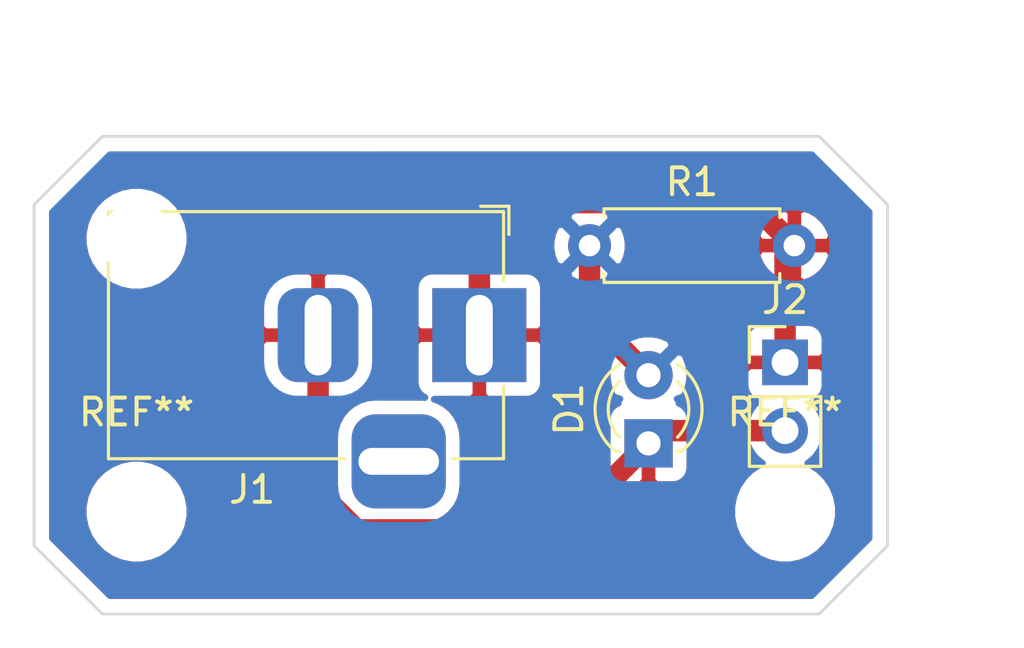
<source format=kicad_pcb>
(kicad_pcb (version 20171130) (host pcbnew "(5.1.7)-1")

  (general
    (thickness 1.6)
    (drawings 8)
    (tracks 14)
    (zones 0)
    (modules 7)
    (nets 4)
  )

  (page A4)
  (layers
    (0 F.Cu signal)
    (31 B.Cu signal hide)
    (32 B.Adhes user)
    (33 F.Adhes user)
    (34 B.Paste user)
    (35 F.Paste user)
    (36 B.SilkS user)
    (37 F.SilkS user)
    (38 B.Mask user)
    (39 F.Mask user)
    (40 Dwgs.User user)
    (41 Cmts.User user)
    (42 Eco1.User user)
    (43 Eco2.User user)
    (44 Edge.Cuts user)
    (45 Margin user)
    (46 B.CrtYd user)
    (47 F.CrtYd user)
    (48 B.Fab user)
    (49 F.Fab user)
  )

  (setup
    (last_trace_width 0.8)
    (trace_clearance 0.4)
    (zone_clearance 0.508)
    (zone_45_only no)
    (trace_min 0.2)
    (via_size 0.65)
    (via_drill 0.4)
    (via_min_size 0.65)
    (via_min_drill 0.3)
    (uvia_size 0.3)
    (uvia_drill 0.1)
    (uvias_allowed no)
    (uvia_min_size 0.2)
    (uvia_min_drill 0.1)
    (edge_width 0.05)
    (segment_width 0.2)
    (pcb_text_width 0.3)
    (pcb_text_size 1.5 1.5)
    (mod_edge_width 0.12)
    (mod_text_size 1 1)
    (mod_text_width 0.15)
    (pad_size 1.524 1.524)
    (pad_drill 0.762)
    (pad_to_mask_clearance 0)
    (aux_axis_origin 115.57 80.01)
    (visible_elements FFFFFF7F)
    (pcbplotparams
      (layerselection 0x010fc_ffffffff)
      (usegerberextensions false)
      (usegerberattributes true)
      (usegerberadvancedattributes true)
      (creategerberjobfile true)
      (excludeedgelayer true)
      (linewidth 0.100000)
      (plotframeref false)
      (viasonmask false)
      (mode 1)
      (useauxorigin true)
      (hpglpennumber 1)
      (hpglpenspeed 20)
      (hpglpendiameter 15.000000)
      (psnegative false)
      (psa4output false)
      (plotreference true)
      (plotvalue true)
      (plotinvisibletext false)
      (padsonsilk false)
      (subtractmaskfromsilk true)
      (outputformat 1)
      (mirror false)
      (drillshape 0)
      (scaleselection 1)
      (outputdirectory "C:/Users/misumi3104/Documents/cloudmama/gerber/"))
  )

  (net 0 "")
  (net 1 "Net-(D1-Pad1)")
  (net 2 "Net-(D1-Pad2)")
  (net 3 "Net-(J1-Pad1)")

  (net_class Default "This is the default net class."
    (clearance 0.4)
    (trace_width 0.8)
    (via_dia 0.65)
    (via_drill 0.4)
    (uvia_dia 0.3)
    (uvia_drill 0.1)
    (add_net "Net-(D1-Pad1)")
    (add_net "Net-(D1-Pad2)")
    (add_net "Net-(J1-Pad1)")
  )

  (module MountingHole:MountingHole_2.7mm_M2.5 (layer F.Cu) (tedit 56D1B4CB) (tstamp 5F85233D)
    (at 143.51 93.98)
    (descr "Mounting Hole 2.7mm, no annular, M2.5")
    (tags "mounting hole 2.7mm no annular m2.5")
    (attr virtual)
    (fp_text reference REF** (at 0 -3.7) (layer F.SilkS)
      (effects (font (size 1 1) (thickness 0.15)))
    )
    (fp_text value MountingHole_2.7mm_M2.5 (at 0 3.7) (layer F.Fab) hide
      (effects (font (size 1 1) (thickness 0.15)))
    )
    (fp_text user %R (at 0.3 0) (layer F.Fab)
      (effects (font (size 1 1) (thickness 0.15)))
    )
    (fp_circle (center 0 0) (end 2.7 0) (layer Cmts.User) (width 0.15))
    (fp_circle (center 0 0) (end 2.95 0) (layer F.CrtYd) (width 0.05))
    (pad 1 np_thru_hole circle (at 0 0) (size 2.7 2.7) (drill 2.7) (layers *.Cu *.Mask))
  )

  (module MountingHole:MountingHole_2.7mm_M2.5 (layer F.Cu) (tedit 56D1B4CB) (tstamp 5F852319)
    (at 119.38 93.98)
    (descr "Mounting Hole 2.7mm, no annular, M2.5")
    (tags "mounting hole 2.7mm no annular m2.5")
    (attr virtual)
    (fp_text reference REF** (at 0 -3.7) (layer F.SilkS)
      (effects (font (size 1 1) (thickness 0.15)))
    )
    (fp_text value MountingHole_2.7mm_M2.5 (at 0 3.7) (layer F.Fab) hide
      (effects (font (size 1 1) (thickness 0.15)))
    )
    (fp_text user %R (at 0.3 0) (layer F.Fab)
      (effects (font (size 1 1) (thickness 0.15)))
    )
    (fp_circle (center 0 0) (end 2.7 0) (layer Cmts.User) (width 0.15))
    (fp_circle (center 0 0) (end 2.95 0) (layer F.CrtYd) (width 0.05))
    (pad 1 np_thru_hole circle (at 0 0) (size 2.7 2.7) (drill 2.7) (layers *.Cu *.Mask))
  )

  (module MountingHole:MountingHole_2.7mm_M2.5 (layer F.Cu) (tedit 56D1B4CB) (tstamp 5F8522EE)
    (at 119.38 83.82)
    (descr "Mounting Hole 2.7mm, no annular, M2.5")
    (tags "mounting hole 2.7mm no annular m2.5")
    (attr virtual)
    (fp_text reference REF** (at 0 -3.7) (layer F.SilkS) hide
      (effects (font (size 1 1) (thickness 0.15)))
    )
    (fp_text value MountingHole_2.7mm_M2.5 (at 0 3.7) (layer F.Fab) hide
      (effects (font (size 1 1) (thickness 0.15)))
    )
    (fp_text user %R (at 0.3 0) (layer F.Fab)
      (effects (font (size 1 1) (thickness 0.15)))
    )
    (fp_circle (center 0 0) (end 2.7 0) (layer Cmts.User) (width 0.15))
    (fp_circle (center 0 0) (end 2.95 0) (layer F.CrtYd) (width 0.05))
    (pad 1 np_thru_hole circle (at 0 0) (size 2.7 2.7) (drill 2.7) (layers *.Cu *.Mask))
  )

  (module LED_THT:LED_D3.0mm (layer F.Cu) (tedit 587A3A7B) (tstamp 5F8513D4)
    (at 138.43 91.44 90)
    (descr "LED, diameter 3.0mm, 2 pins")
    (tags "LED diameter 3.0mm 2 pins")
    (path /5F84CD85)
    (fp_text reference D1 (at 1.27 -2.96 90) (layer F.SilkS)
      (effects (font (size 1 1) (thickness 0.15)))
    )
    (fp_text value "5mA 0.03W" (at 1.27 2.96 90) (layer F.Fab)
      (effects (font (size 1 1) (thickness 0.15)))
    )
    (fp_line (start 3.7 -2.25) (end -1.15 -2.25) (layer F.CrtYd) (width 0.05))
    (fp_line (start 3.7 2.25) (end 3.7 -2.25) (layer F.CrtYd) (width 0.05))
    (fp_line (start -1.15 2.25) (end 3.7 2.25) (layer F.CrtYd) (width 0.05))
    (fp_line (start -1.15 -2.25) (end -1.15 2.25) (layer F.CrtYd) (width 0.05))
    (fp_line (start -0.29 1.08) (end -0.29 1.236) (layer F.SilkS) (width 0.12))
    (fp_line (start -0.29 -1.236) (end -0.29 -1.08) (layer F.SilkS) (width 0.12))
    (fp_line (start -0.23 -1.16619) (end -0.23 1.16619) (layer F.Fab) (width 0.1))
    (fp_circle (center 1.27 0) (end 2.77 0) (layer F.Fab) (width 0.1))
    (fp_arc (start 1.27 0) (end -0.23 -1.16619) (angle 284.3) (layer F.Fab) (width 0.1))
    (fp_arc (start 1.27 0) (end -0.29 -1.235516) (angle 108.8) (layer F.SilkS) (width 0.12))
    (fp_arc (start 1.27 0) (end -0.29 1.235516) (angle -108.8) (layer F.SilkS) (width 0.12))
    (fp_arc (start 1.27 0) (end 0.229039 -1.08) (angle 87.9) (layer F.SilkS) (width 0.12))
    (fp_arc (start 1.27 0) (end 0.229039 1.08) (angle -87.9) (layer F.SilkS) (width 0.12))
    (pad 1 thru_hole rect (at 0 0 90) (size 1.8 1.8) (drill 0.9) (layers *.Cu *.Mask)
      (net 1 "Net-(D1-Pad1)"))
    (pad 2 thru_hole circle (at 2.54 0 90) (size 1.8 1.8) (drill 0.9) (layers *.Cu *.Mask)
      (net 2 "Net-(D1-Pad2)"))
    (model ${KISYS3DMOD}/LED_THT.3dshapes/LED_D3.0mm.wrl
      (at (xyz 0 0 0))
      (scale (xyz 1 1 1))
      (rotate (xyz 0 0 0))
    )
  )

  (module Connector_BarrelJack:BarrelJack_Horizontal (layer F.Cu) (tedit 5A1DBF6A) (tstamp 5F8513F7)
    (at 132.135001 87.410001)
    (descr "DC Barrel Jack")
    (tags "Power Jack")
    (path /5F84BFB9)
    (fp_text reference J1 (at -8.45 5.75) (layer F.SilkS)
      (effects (font (size 1 1) (thickness 0.15)))
    )
    (fp_text value Barrel_Jack (at -6.2 -5.5) (layer F.Fab)
      (effects (font (size 1 1) (thickness 0.15)))
    )
    (fp_line (start 0 -4.5) (end -13.7 -4.5) (layer F.Fab) (width 0.1))
    (fp_line (start 0.8 4.5) (end 0.8 -3.75) (layer F.Fab) (width 0.1))
    (fp_line (start -13.7 4.5) (end 0.8 4.5) (layer F.Fab) (width 0.1))
    (fp_line (start -13.7 -4.5) (end -13.7 4.5) (layer F.Fab) (width 0.1))
    (fp_line (start -10.2 -4.5) (end -10.2 4.5) (layer F.Fab) (width 0.1))
    (fp_line (start 0.9 -4.6) (end 0.9 -2) (layer F.SilkS) (width 0.12))
    (fp_line (start -13.8 -4.6) (end 0.9 -4.6) (layer F.SilkS) (width 0.12))
    (fp_line (start 0.9 4.6) (end -1 4.6) (layer F.SilkS) (width 0.12))
    (fp_line (start 0.9 1.9) (end 0.9 4.6) (layer F.SilkS) (width 0.12))
    (fp_line (start -13.8 4.6) (end -13.8 -4.6) (layer F.SilkS) (width 0.12))
    (fp_line (start -5 4.6) (end -13.8 4.6) (layer F.SilkS) (width 0.12))
    (fp_line (start -14 4.75) (end -14 -4.75) (layer F.CrtYd) (width 0.05))
    (fp_line (start -5 4.75) (end -14 4.75) (layer F.CrtYd) (width 0.05))
    (fp_line (start -5 6.75) (end -5 4.75) (layer F.CrtYd) (width 0.05))
    (fp_line (start -1 6.75) (end -5 6.75) (layer F.CrtYd) (width 0.05))
    (fp_line (start -1 4.75) (end -1 6.75) (layer F.CrtYd) (width 0.05))
    (fp_line (start 1 4.75) (end -1 4.75) (layer F.CrtYd) (width 0.05))
    (fp_line (start 1 2) (end 1 4.75) (layer F.CrtYd) (width 0.05))
    (fp_line (start 2 2) (end 1 2) (layer F.CrtYd) (width 0.05))
    (fp_line (start 2 -2) (end 2 2) (layer F.CrtYd) (width 0.05))
    (fp_line (start 1 -2) (end 2 -2) (layer F.CrtYd) (width 0.05))
    (fp_line (start 1 -4.5) (end 1 -2) (layer F.CrtYd) (width 0.05))
    (fp_line (start 1 -4.75) (end -14 -4.75) (layer F.CrtYd) (width 0.05))
    (fp_line (start 1 -4.5) (end 1 -4.75) (layer F.CrtYd) (width 0.05))
    (fp_line (start 0.05 -4.8) (end 1.1 -4.8) (layer F.SilkS) (width 0.12))
    (fp_line (start 1.1 -3.75) (end 1.1 -4.8) (layer F.SilkS) (width 0.12))
    (fp_line (start -0.003213 -4.505425) (end 0.8 -3.75) (layer F.Fab) (width 0.1))
    (fp_text user %R (at -3 -2.95) (layer F.Fab)
      (effects (font (size 1 1) (thickness 0.15)))
    )
    (pad 1 thru_hole rect (at 0 0) (size 3.5 3.5) (drill oval 1 3) (layers *.Cu *.Mask)
      (net 3 "Net-(J1-Pad1)"))
    (pad 2 thru_hole roundrect (at -6 0) (size 3 3.5) (drill oval 1 3) (layers *.Cu *.Mask) (roundrect_rratio 0.25)
      (net 1 "Net-(D1-Pad1)"))
    (pad 3 thru_hole roundrect (at -3 4.7) (size 3.5 3.5) (drill oval 3 1) (layers *.Cu *.Mask) (roundrect_rratio 0.25))
    (model ${KISYS3DMOD}/Connector_BarrelJack.3dshapes/BarrelJack_Horizontal.wrl
      (at (xyz 0 0 0))
      (scale (xyz 1 1 1))
      (rotate (xyz 0 0 0))
    )
  )

  (module Connector_PinHeader_2.54mm:PinHeader_1x02_P2.54mm_Vertical (layer F.Cu) (tedit 59FED5CC) (tstamp 5F85140D)
    (at 143.51 88.425001)
    (descr "Through hole straight pin header, 1x02, 2.54mm pitch, single row")
    (tags "Through hole pin header THT 1x02 2.54mm single row")
    (path /5F84D6B2)
    (fp_text reference J2 (at 0 -2.33) (layer F.SilkS)
      (effects (font (size 1 1) (thickness 0.15)))
    )
    (fp_text value Conn_01x02 (at -2.54 4.87) (layer F.Fab)
      (effects (font (size 1 1) (thickness 0.15)))
    )
    (fp_line (start 1.8 -1.8) (end -1.8 -1.8) (layer F.CrtYd) (width 0.05))
    (fp_line (start 1.8 4.35) (end 1.8 -1.8) (layer F.CrtYd) (width 0.05))
    (fp_line (start -1.8 4.35) (end 1.8 4.35) (layer F.CrtYd) (width 0.05))
    (fp_line (start -1.8 -1.8) (end -1.8 4.35) (layer F.CrtYd) (width 0.05))
    (fp_line (start -1.33 -1.33) (end 0 -1.33) (layer F.SilkS) (width 0.12))
    (fp_line (start -1.33 0) (end -1.33 -1.33) (layer F.SilkS) (width 0.12))
    (fp_line (start -1.33 1.27) (end 1.33 1.27) (layer F.SilkS) (width 0.12))
    (fp_line (start 1.33 1.27) (end 1.33 3.87) (layer F.SilkS) (width 0.12))
    (fp_line (start -1.33 1.27) (end -1.33 3.87) (layer F.SilkS) (width 0.12))
    (fp_line (start -1.33 3.87) (end 1.33 3.87) (layer F.SilkS) (width 0.12))
    (fp_line (start -1.27 -0.635) (end -0.635 -1.27) (layer F.Fab) (width 0.1))
    (fp_line (start -1.27 3.81) (end -1.27 -0.635) (layer F.Fab) (width 0.1))
    (fp_line (start 1.27 3.81) (end -1.27 3.81) (layer F.Fab) (width 0.1))
    (fp_line (start 1.27 -1.27) (end 1.27 3.81) (layer F.Fab) (width 0.1))
    (fp_line (start -0.635 -1.27) (end 1.27 -1.27) (layer F.Fab) (width 0.1))
    (fp_text user %R (at 0 1.27 90) (layer F.Fab)
      (effects (font (size 1 1) (thickness 0.15)))
    )
    (pad 1 thru_hole rect (at 0 0) (size 1.7 1.7) (drill 1) (layers *.Cu *.Mask)
      (net 3 "Net-(J1-Pad1)"))
    (pad 2 thru_hole oval (at 0 2.54) (size 1.7 1.7) (drill 1) (layers *.Cu *.Mask)
      (net 1 "Net-(D1-Pad1)"))
    (model ${KISYS3DMOD}/Connector_PinHeader_2.54mm.3dshapes/PinHeader_1x02_P2.54mm_Vertical.wrl
      (at (xyz 0 0 0))
      (scale (xyz 1 1 1))
      (rotate (xyz 0 0 0))
    )
  )

  (module Resistor_THT:R_Axial_DIN0207_L6.3mm_D2.5mm_P7.62mm_Horizontal (layer F.Cu) (tedit 5AE5139B) (tstamp 5F851424)
    (at 136.235001 84.075001)
    (descr "Resistor, Axial_DIN0207 series, Axial, Horizontal, pin pitch=7.62mm, 0.25W = 1/4W, length*diameter=6.3*2.5mm^2, http://cdn-reichelt.de/documents/datenblatt/B400/1_4W%23YAG.pdf")
    (tags "Resistor Axial_DIN0207 series Axial Horizontal pin pitch 7.62mm 0.25W = 1/4W length 6.3mm diameter 2.5mm")
    (path /5F84B9C7)
    (fp_text reference R1 (at 3.81 -2.37) (layer F.SilkS)
      (effects (font (size 1 1) (thickness 0.15)))
    )
    (fp_text value "330 1/4W" (at 3.81 2.37) (layer F.Fab)
      (effects (font (size 1 1) (thickness 0.15)))
    )
    (fp_line (start 8.67 -1.5) (end -1.05 -1.5) (layer F.CrtYd) (width 0.05))
    (fp_line (start 8.67 1.5) (end 8.67 -1.5) (layer F.CrtYd) (width 0.05))
    (fp_line (start -1.05 1.5) (end 8.67 1.5) (layer F.CrtYd) (width 0.05))
    (fp_line (start -1.05 -1.5) (end -1.05 1.5) (layer F.CrtYd) (width 0.05))
    (fp_line (start 7.08 1.37) (end 7.08 1.04) (layer F.SilkS) (width 0.12))
    (fp_line (start 0.54 1.37) (end 7.08 1.37) (layer F.SilkS) (width 0.12))
    (fp_line (start 0.54 1.04) (end 0.54 1.37) (layer F.SilkS) (width 0.12))
    (fp_line (start 7.08 -1.37) (end 7.08 -1.04) (layer F.SilkS) (width 0.12))
    (fp_line (start 0.54 -1.37) (end 7.08 -1.37) (layer F.SilkS) (width 0.12))
    (fp_line (start 0.54 -1.04) (end 0.54 -1.37) (layer F.SilkS) (width 0.12))
    (fp_line (start 7.62 0) (end 6.96 0) (layer F.Fab) (width 0.1))
    (fp_line (start 0 0) (end 0.66 0) (layer F.Fab) (width 0.1))
    (fp_line (start 6.96 -1.25) (end 0.66 -1.25) (layer F.Fab) (width 0.1))
    (fp_line (start 6.96 1.25) (end 6.96 -1.25) (layer F.Fab) (width 0.1))
    (fp_line (start 0.66 1.25) (end 6.96 1.25) (layer F.Fab) (width 0.1))
    (fp_line (start 0.66 -1.25) (end 0.66 1.25) (layer F.Fab) (width 0.1))
    (fp_text user %R (at 3.81 0) (layer F.Fab)
      (effects (font (size 1 1) (thickness 0.15)))
    )
    (pad 1 thru_hole circle (at 0 0) (size 1.6 1.6) (drill 0.8) (layers *.Cu *.Mask)
      (net 2 "Net-(D1-Pad2)"))
    (pad 2 thru_hole oval (at 7.62 0) (size 1.6 1.6) (drill 0.8) (layers *.Cu *.Mask)
      (net 3 "Net-(J1-Pad1)"))
    (model ${KISYS3DMOD}/Resistor_THT.3dshapes/R_Axial_DIN0207_L6.3mm_D2.5mm_P7.62mm_Horizontal.wrl
      (at (xyz 0 0 0))
      (scale (xyz 1 1 1))
      (rotate (xyz 0 0 0))
    )
  )

  (gr_line (start 144.78 80.01) (end 147.32 82.55) (layer Edge.Cuts) (width 0.1))
  (gr_line (start 118.11 80.01) (end 144.78 80.01) (layer Edge.Cuts) (width 0.1))
  (gr_line (start 115.57 82.55) (end 118.11 80.01) (layer Edge.Cuts) (width 0.1))
  (gr_line (start 115.57 95.25) (end 115.57 82.55) (layer Edge.Cuts) (width 0.1))
  (gr_line (start 118.11 97.79) (end 115.57 95.25) (layer Edge.Cuts) (width 0.1))
  (gr_line (start 144.78 97.79) (end 118.11 97.79) (layer Edge.Cuts) (width 0.1))
  (gr_line (start 147.32 95.25) (end 144.78 97.79) (layer Edge.Cuts) (width 0.1))
  (gr_line (start 147.32 82.55) (end 147.32 95.25) (layer Edge.Cuts) (width 0.1))

  (segment (start 138.904999 90.965001) (end 138.43 91.44) (width 0.8) (layer F.Cu) (net 1))
  (segment (start 143.51 90.965001) (end 138.904999 90.965001) (width 0.8) (layer F.Cu) (net 1))
  (segment (start 126.135001 93.228823) (end 126.135001 87.410001) (width 0.8) (layer F.Cu) (net 1))
  (segment (start 127.566189 94.660011) (end 126.135001 93.228823) (width 0.8) (layer F.Cu) (net 1))
  (segment (start 138.43 91.44) (end 135.209989 94.660011) (width 0.8) (layer F.Cu) (net 1))
  (segment (start 135.209989 94.660011) (end 127.566189 94.660011) (width 0.8) (layer F.Cu) (net 1))
  (segment (start 136.235001 86.705001) (end 138.43 88.9) (width 0.8) (layer F.Cu) (net 2))
  (segment (start 136.235001 84.075001) (end 136.235001 86.705001) (width 0.8) (layer F.Cu) (net 2))
  (segment (start 143.51 84.420002) (end 143.855001 84.075001) (width 0.8) (layer F.Cu) (net 3))
  (segment (start 143.51 88.425001) (end 143.51 84.420002) (width 0.8) (layer F.Cu) (net 3))
  (segment (start 142.255 82.475) (end 143.855001 84.075001) (width 0.8) (layer F.Cu) (net 3))
  (segment (start 134.520002 82.475) (end 142.255 82.475) (width 0.8) (layer F.Cu) (net 3))
  (segment (start 132.135001 84.860001) (end 134.520002 82.475) (width 0.8) (layer F.Cu) (net 3))
  (segment (start 132.135001 87.410001) (end 132.135001 84.860001) (width 0.8) (layer F.Cu) (net 3))

  (zone (net 1) (net_name "Net-(D1-Pad1)") (layer F.Cu) (tstamp 5F8525C4) (hatch edge 0.508)
    (priority 5)
    (connect_pads (clearance 0.508))
    (min_thickness 0.254)
    (fill yes (arc_segments 32) (thermal_gap 0.508) (thermal_bridge_width 0.508))
    (polygon
      (pts
        (xy 148.59 99.06) (xy 114.3 99.06) (xy 114.3 78.74) (xy 148.59 78.74)
      )
    )
    (filled_polygon
      (pts
        (xy 127.635 85.021929) (xy 126.420751 85.025001) (xy 126.262001 85.183751) (xy 126.262001 87.283001) (xy 126.282001 87.283001)
        (xy 126.282001 87.537001) (xy 126.262001 87.537001) (xy 126.262001 89.636251) (xy 126.420751 89.795001) (xy 127.635 89.798073)
        (xy 127.635 89.861678) (xy 127.419383 89.976928) (xy 127.190098 90.165098) (xy 127.001928 90.394383) (xy 126.862105 90.655973)
        (xy 126.776002 90.939815) (xy 126.746929 91.235001) (xy 126.746929 92.985001) (xy 126.776002 93.280187) (xy 126.862105 93.564029)
        (xy 127.001928 93.825619) (xy 127.190098 94.054904) (xy 127.419383 94.243074) (xy 127.680973 94.382897) (xy 127.964815 94.469)
        (xy 128.260001 94.498073) (xy 130.010001 94.498073) (xy 130.305187 94.469) (xy 130.589029 94.382897) (xy 130.850619 94.243074)
        (xy 131.079904 94.054904) (xy 131.268074 93.825619) (xy 131.407897 93.564029) (xy 131.494 93.280187) (xy 131.523073 92.985001)
        (xy 131.523073 92.075) (xy 136.893253 92.075) (xy 136.891928 92.34) (xy 136.904188 92.464482) (xy 136.940498 92.58418)
        (xy 136.999463 92.694494) (xy 137.078815 92.791185) (xy 137.175506 92.870537) (xy 137.28582 92.929502) (xy 137.405518 92.965812)
        (xy 137.53 92.978072) (xy 138.14425 92.975) (xy 138.303 92.81625) (xy 138.303 92.075) (xy 138.557 92.075)
        (xy 138.557 92.81625) (xy 138.71575 92.975) (xy 139.33 92.978072) (xy 139.454482 92.965812) (xy 139.57418 92.929502)
        (xy 139.684494 92.870537) (xy 139.781185 92.791185) (xy 139.860537 92.694494) (xy 139.919502 92.58418) (xy 139.955812 92.464482)
        (xy 139.968072 92.34) (xy 139.966747 92.075) (xy 142.534147 92.075) (xy 142.628645 92.160179) (xy 142.66463 92.181614)
        (xy 142.56975 92.220915) (xy 142.244636 92.438149) (xy 141.968149 92.714636) (xy 141.750915 93.03975) (xy 141.601282 93.400997)
        (xy 141.525 93.784495) (xy 141.525 94.175505) (xy 141.601282 94.559003) (xy 141.750915 94.92025) (xy 141.968149 95.245364)
        (xy 142.244636 95.521851) (xy 142.56975 95.739085) (xy 142.930997 95.888718) (xy 143.314495 95.965) (xy 143.705505 95.965)
        (xy 144.089003 95.888718) (xy 144.45025 95.739085) (xy 144.775364 95.521851) (xy 145.051851 95.245364) (xy 145.269085 94.92025)
        (xy 145.418718 94.559003) (xy 145.495 94.175505) (xy 145.495 93.784495) (xy 145.418718 93.400997) (xy 145.269085 93.03975)
        (xy 145.051851 92.714636) (xy 144.775364 92.438149) (xy 144.45025 92.220915) (xy 144.35537 92.181614) (xy 144.391355 92.160179)
        (xy 144.485853 92.075) (xy 146.635001 92.075) (xy 146.635001 94.966263) (xy 144.496264 97.105) (xy 118.393736 97.105)
        (xy 116.255 94.966264) (xy 116.255 93.784495) (xy 117.395 93.784495) (xy 117.395 94.175505) (xy 117.471282 94.559003)
        (xy 117.620915 94.92025) (xy 117.838149 95.245364) (xy 118.114636 95.521851) (xy 118.43975 95.739085) (xy 118.800997 95.888718)
        (xy 119.184495 95.965) (xy 119.575505 95.965) (xy 119.959003 95.888718) (xy 120.32025 95.739085) (xy 120.645364 95.521851)
        (xy 120.921851 95.245364) (xy 121.139085 94.92025) (xy 121.288718 94.559003) (xy 121.365 94.175505) (xy 121.365 93.784495)
        (xy 121.288718 93.400997) (xy 121.139085 93.03975) (xy 120.921851 92.714636) (xy 120.645364 92.438149) (xy 120.32025 92.220915)
        (xy 119.959003 92.071282) (xy 119.575505 91.995) (xy 119.184495 91.995) (xy 118.800997 92.071282) (xy 118.43975 92.220915)
        (xy 118.114636 92.438149) (xy 117.838149 92.714636) (xy 117.620915 93.03975) (xy 117.471282 93.400997) (xy 117.395 93.784495)
        (xy 116.255 93.784495) (xy 116.255 89.160001) (xy 123.996929 89.160001) (xy 124.009189 89.284483) (xy 124.045499 89.404181)
        (xy 124.104464 89.514495) (xy 124.183816 89.611186) (xy 124.280507 89.690538) (xy 124.390821 89.749503) (xy 124.510519 89.785813)
        (xy 124.635001 89.798073) (xy 125.849251 89.795001) (xy 126.008001 89.636251) (xy 126.008001 87.537001) (xy 124.158751 87.537001)
        (xy 124.000001 87.695751) (xy 123.996929 89.160001) (xy 116.255 89.160001) (xy 116.255 83.624495) (xy 117.395 83.624495)
        (xy 117.395 84.015505) (xy 117.471282 84.399003) (xy 117.620915 84.76025) (xy 117.838149 85.085364) (xy 118.114636 85.361851)
        (xy 118.43975 85.579085) (xy 118.800997 85.728718) (xy 119.184495 85.805) (xy 119.575505 85.805) (xy 119.959003 85.728718)
        (xy 120.1249 85.660001) (xy 123.996929 85.660001) (xy 124.000001 87.124251) (xy 124.158751 87.283001) (xy 126.008001 87.283001)
        (xy 126.008001 85.183751) (xy 125.849251 85.025001) (xy 124.635001 85.021929) (xy 124.510519 85.034189) (xy 124.390821 85.070499)
        (xy 124.280507 85.129464) (xy 124.183816 85.208816) (xy 124.104464 85.305507) (xy 124.045499 85.415821) (xy 124.009189 85.535519)
        (xy 123.996929 85.660001) (xy 120.1249 85.660001) (xy 120.32025 85.579085) (xy 120.645364 85.361851) (xy 120.921851 85.085364)
        (xy 121.139085 84.76025) (xy 121.288718 84.399003) (xy 121.365 84.015505) (xy 121.365 83.624495) (xy 121.288718 83.240997)
        (xy 121.139085 82.87975) (xy 120.921851 82.554636) (xy 120.645364 82.278149) (xy 120.32025 82.060915) (xy 119.959003 81.911282)
        (xy 119.575505 81.835) (xy 119.184495 81.835) (xy 118.800997 81.911282) (xy 118.43975 82.060915) (xy 118.114636 82.278149)
        (xy 117.838149 82.554636) (xy 117.620915 82.87975) (xy 117.471282 83.240997) (xy 117.395 83.624495) (xy 116.255 83.624495)
        (xy 116.255 82.833736) (xy 118.393736 80.695) (xy 127.635 80.695)
      )
    )
  )
  (zone (net 2) (net_name "Net-(D1-Pad2)") (layer B.Cu) (tstamp 5F8525C1) (hatch edge 0.508)
    (priority 5)
    (connect_pads (clearance 0.508))
    (min_thickness 0.254)
    (fill yes (arc_segments 32) (thermal_gap 0.508) (thermal_bridge_width 0.508))
    (polygon
      (pts
        (xy 147.32 97.79) (xy 115.57 97.79) (xy 115.57 80.01) (xy 147.32 80.01)
      )
    )
    (filled_polygon
      (pts
        (xy 146.635 82.833736) (xy 146.635001 94.966263) (xy 144.496264 97.105) (xy 118.393736 97.105) (xy 116.255 94.966264)
        (xy 116.255 93.784495) (xy 117.395 93.784495) (xy 117.395 94.175505) (xy 117.471282 94.559003) (xy 117.620915 94.92025)
        (xy 117.838149 95.245364) (xy 118.114636 95.521851) (xy 118.43975 95.739085) (xy 118.800997 95.888718) (xy 119.184495 95.965)
        (xy 119.575505 95.965) (xy 119.959003 95.888718) (xy 120.32025 95.739085) (xy 120.645364 95.521851) (xy 120.921851 95.245364)
        (xy 121.139085 94.92025) (xy 121.288718 94.559003) (xy 121.365 94.175505) (xy 121.365 93.784495) (xy 121.288718 93.400997)
        (xy 121.139085 93.03975) (xy 120.921851 92.714636) (xy 120.645364 92.438149) (xy 120.32025 92.220915) (xy 119.959003 92.071282)
        (xy 119.575505 91.995) (xy 119.184495 91.995) (xy 118.800997 92.071282) (xy 118.43975 92.220915) (xy 118.114636 92.438149)
        (xy 117.838149 92.714636) (xy 117.620915 93.03975) (xy 117.471282 93.400997) (xy 117.395 93.784495) (xy 116.255 93.784495)
        (xy 116.255 91.235001) (xy 126.746929 91.235001) (xy 126.746929 92.985001) (xy 126.776002 93.280187) (xy 126.862105 93.564029)
        (xy 127.001928 93.825619) (xy 127.190098 94.054904) (xy 127.419383 94.243074) (xy 127.680973 94.382897) (xy 127.964815 94.469)
        (xy 128.260001 94.498073) (xy 130.010001 94.498073) (xy 130.305187 94.469) (xy 130.589029 94.382897) (xy 130.850619 94.243074)
        (xy 131.079904 94.054904) (xy 131.268074 93.825619) (xy 131.290055 93.784495) (xy 141.525 93.784495) (xy 141.525 94.175505)
        (xy 141.601282 94.559003) (xy 141.750915 94.92025) (xy 141.968149 95.245364) (xy 142.244636 95.521851) (xy 142.56975 95.739085)
        (xy 142.930997 95.888718) (xy 143.314495 95.965) (xy 143.705505 95.965) (xy 144.089003 95.888718) (xy 144.45025 95.739085)
        (xy 144.775364 95.521851) (xy 145.051851 95.245364) (xy 145.269085 94.92025) (xy 145.418718 94.559003) (xy 145.495 94.175505)
        (xy 145.495 93.784495) (xy 145.418718 93.400997) (xy 145.269085 93.03975) (xy 145.051851 92.714636) (xy 144.775364 92.438149)
        (xy 144.45025 92.220915) (xy 144.359548 92.183345) (xy 144.456632 92.118476) (xy 144.663475 91.911633) (xy 144.82599 91.668412)
        (xy 144.937932 91.398159) (xy 144.995 91.111261) (xy 144.995 90.818741) (xy 144.937932 90.531843) (xy 144.82599 90.26159)
        (xy 144.663475 90.018369) (xy 144.53162 89.886514) (xy 144.60418 89.864503) (xy 144.714494 89.805538) (xy 144.811185 89.726186)
        (xy 144.890537 89.629495) (xy 144.949502 89.519181) (xy 144.985812 89.399483) (xy 144.998072 89.275001) (xy 144.998072 87.575001)
        (xy 144.985812 87.450519) (xy 144.949502 87.330821) (xy 144.890537 87.220507) (xy 144.811185 87.123816) (xy 144.714494 87.044464)
        (xy 144.60418 86.985499) (xy 144.484482 86.949189) (xy 144.36 86.936929) (xy 142.66 86.936929) (xy 142.535518 86.949189)
        (xy 142.41582 86.985499) (xy 142.305506 87.044464) (xy 142.208815 87.123816) (xy 142.129463 87.220507) (xy 142.070498 87.330821)
        (xy 142.034188 87.450519) (xy 142.021928 87.575001) (xy 142.021928 89.275001) (xy 142.034188 89.399483) (xy 142.070498 89.519181)
        (xy 142.129463 89.629495) (xy 142.208815 89.726186) (xy 142.305506 89.805538) (xy 142.41582 89.864503) (xy 142.48838 89.886514)
        (xy 142.356525 90.018369) (xy 142.19401 90.26159) (xy 142.082068 90.531843) (xy 142.025 90.818741) (xy 142.025 91.111261)
        (xy 142.082068 91.398159) (xy 142.19401 91.668412) (xy 142.356525 91.911633) (xy 142.563368 92.118476) (xy 142.660452 92.183345)
        (xy 142.56975 92.220915) (xy 142.244636 92.438149) (xy 141.968149 92.714636) (xy 141.750915 93.03975) (xy 141.601282 93.400997)
        (xy 141.525 93.784495) (xy 131.290055 93.784495) (xy 131.407897 93.564029) (xy 131.494 93.280187) (xy 131.523073 92.985001)
        (xy 131.523073 91.235001) (xy 131.494 90.939815) (xy 131.407897 90.655973) (xy 131.268074 90.394383) (xy 131.079904 90.165098)
        (xy 130.850619 89.976928) (xy 130.589029 89.837105) (xy 130.460358 89.798073) (xy 133.885001 89.798073) (xy 134.009483 89.785813)
        (xy 134.129181 89.749503) (xy 134.239495 89.690538) (xy 134.336186 89.611186) (xy 134.415538 89.514495) (xy 134.474503 89.404181)
        (xy 134.510813 89.284483) (xy 134.523073 89.160001) (xy 134.523073 88.966553) (xy 136.889009 88.966553) (xy 136.931603 89.265907)
        (xy 137.031778 89.551199) (xy 137.111739 89.700792) (xy 137.365918 89.784474) (xy 137.24997 89.900422) (xy 137.296735 89.947187)
        (xy 137.28582 89.950498) (xy 137.175506 90.009463) (xy 137.078815 90.088815) (xy 136.999463 90.185506) (xy 136.940498 90.29582)
        (xy 136.904188 90.415518) (xy 136.891928 90.54) (xy 136.891928 92.34) (xy 136.904188 92.464482) (xy 136.940498 92.58418)
        (xy 136.999463 92.694494) (xy 137.078815 92.791185) (xy 137.175506 92.870537) (xy 137.28582 92.929502) (xy 137.405518 92.965812)
        (xy 137.53 92.978072) (xy 139.33 92.978072) (xy 139.454482 92.965812) (xy 139.57418 92.929502) (xy 139.684494 92.870537)
        (xy 139.781185 92.791185) (xy 139.860537 92.694494) (xy 139.919502 92.58418) (xy 139.955812 92.464482) (xy 139.968072 92.34)
        (xy 139.968072 90.54) (xy 139.955812 90.415518) (xy 139.919502 90.29582) (xy 139.860537 90.185506) (xy 139.781185 90.088815)
        (xy 139.684494 90.009463) (xy 139.57418 89.950498) (xy 139.563265 89.947187) (xy 139.61003 89.900422) (xy 139.494082 89.784474)
        (xy 139.748261 89.700792) (xy 139.879158 89.428225) (xy 139.954365 89.135358) (xy 139.970991 88.833447) (xy 139.928397 88.534093)
        (xy 139.828222 88.248801) (xy 139.748261 88.099208) (xy 139.49408 88.015525) (xy 138.609605 88.9) (xy 138.623748 88.914143)
        (xy 138.444143 89.093748) (xy 138.43 89.079605) (xy 138.415858 89.093748) (xy 138.236253 88.914143) (xy 138.250395 88.9)
        (xy 137.36592 88.015525) (xy 137.111739 88.099208) (xy 136.980842 88.371775) (xy 136.905635 88.664642) (xy 136.889009 88.966553)
        (xy 134.523073 88.966553) (xy 134.523073 87.83592) (xy 137.545525 87.83592) (xy 138.43 88.720395) (xy 139.314475 87.83592)
        (xy 139.230792 87.581739) (xy 138.958225 87.450842) (xy 138.665358 87.375635) (xy 138.363447 87.359009) (xy 138.064093 87.401603)
        (xy 137.778801 87.501778) (xy 137.629208 87.581739) (xy 137.545525 87.83592) (xy 134.523073 87.83592) (xy 134.523073 85.660001)
        (xy 134.510813 85.535519) (xy 134.474503 85.415821) (xy 134.415538 85.305507) (xy 134.336186 85.208816) (xy 134.239495 85.129464)
        (xy 134.129181 85.070499) (xy 134.119964 85.067703) (xy 135.421904 85.067703) (xy 135.493487 85.311672) (xy 135.748997 85.432572)
        (xy 136.023185 85.501301) (xy 136.305513 85.515218) (xy 136.585131 85.473788) (xy 136.851293 85.378604) (xy 136.976515 85.311672)
        (xy 137.048098 85.067703) (xy 136.235001 84.254606) (xy 135.421904 85.067703) (xy 134.119964 85.067703) (xy 134.009483 85.034189)
        (xy 133.885001 85.021929) (xy 130.385001 85.021929) (xy 130.260519 85.034189) (xy 130.140821 85.070499) (xy 130.030507 85.129464)
        (xy 129.933816 85.208816) (xy 129.854464 85.305507) (xy 129.795499 85.415821) (xy 129.759189 85.535519) (xy 129.746929 85.660001)
        (xy 129.746929 89.160001) (xy 129.759189 89.284483) (xy 129.795499 89.404181) (xy 129.854464 89.514495) (xy 129.933816 89.611186)
        (xy 130.030507 89.690538) (xy 130.107132 89.731495) (xy 130.010001 89.721929) (xy 128.260001 89.721929) (xy 127.964815 89.751002)
        (xy 127.680973 89.837105) (xy 127.419383 89.976928) (xy 127.190098 90.165098) (xy 127.001928 90.394383) (xy 126.862105 90.655973)
        (xy 126.776002 90.939815) (xy 126.746929 91.235001) (xy 116.255 91.235001) (xy 116.255 86.410001) (xy 123.996929 86.410001)
        (xy 123.996929 88.410001) (xy 124.0236 88.6808) (xy 124.10259 88.941193) (xy 124.230861 89.181172) (xy 124.403486 89.391516)
        (xy 124.61383 89.564141) (xy 124.853809 89.692412) (xy 125.114202 89.771402) (xy 125.385001 89.798073) (xy 126.885001 89.798073)
        (xy 127.1558 89.771402) (xy 127.416193 89.692412) (xy 127.656172 89.564141) (xy 127.866516 89.391516) (xy 128.039141 89.181172)
        (xy 128.167412 88.941193) (xy 128.246402 88.6808) (xy 128.273073 88.410001) (xy 128.273073 86.410001) (xy 128.246402 86.139202)
        (xy 128.167412 85.878809) (xy 128.039141 85.63883) (xy 127.866516 85.428486) (xy 127.656172 85.255861) (xy 127.416193 85.12759)
        (xy 127.1558 85.0486) (xy 126.885001 85.021929) (xy 125.385001 85.021929) (xy 125.114202 85.0486) (xy 124.853809 85.12759)
        (xy 124.61383 85.255861) (xy 124.403486 85.428486) (xy 124.230861 85.63883) (xy 124.10259 85.878809) (xy 124.0236 86.139202)
        (xy 123.996929 86.410001) (xy 116.255 86.410001) (xy 116.255 83.624495) (xy 117.395 83.624495) (xy 117.395 84.015505)
        (xy 117.471282 84.399003) (xy 117.620915 84.76025) (xy 117.838149 85.085364) (xy 118.114636 85.361851) (xy 118.43975 85.579085)
        (xy 118.800997 85.728718) (xy 119.184495 85.805) (xy 119.575505 85.805) (xy 119.959003 85.728718) (xy 120.32025 85.579085)
        (xy 120.645364 85.361851) (xy 120.921851 85.085364) (xy 121.139085 84.76025) (xy 121.288718 84.399003) (xy 121.339139 84.145513)
        (xy 134.794784 84.145513) (xy 134.836214 84.425131) (xy 134.931398 84.691293) (xy 134.99833 84.816515) (xy 135.242299 84.888098)
        (xy 136.055396 84.075001) (xy 136.414606 84.075001) (xy 137.227703 84.888098) (xy 137.471672 84.816515) (xy 137.592572 84.561005)
        (xy 137.661301 84.286817) (xy 137.675218 84.004489) (xy 137.664725 83.933666) (xy 142.420001 83.933666) (xy 142.420001 84.216336)
        (xy 142.475148 84.493575) (xy 142.583321 84.754728) (xy 142.740364 84.98976) (xy 142.940242 85.189638) (xy 143.175274 85.346681)
        (xy 143.436427 85.454854) (xy 143.713666 85.510001) (xy 143.996336 85.510001) (xy 144.273575 85.454854) (xy 144.534728 85.346681)
        (xy 144.76976 85.189638) (xy 144.969638 84.98976) (xy 145.126681 84.754728) (xy 145.234854 84.493575) (xy 145.290001 84.216336)
        (xy 145.290001 83.933666) (xy 145.234854 83.656427) (xy 145.126681 83.395274) (xy 144.969638 83.160242) (xy 144.76976 82.960364)
        (xy 144.534728 82.803321) (xy 144.273575 82.695148) (xy 143.996336 82.640001) (xy 143.713666 82.640001) (xy 143.436427 82.695148)
        (xy 143.175274 82.803321) (xy 142.940242 82.960364) (xy 142.740364 83.160242) (xy 142.583321 83.395274) (xy 142.475148 83.656427)
        (xy 142.420001 83.933666) (xy 137.664725 83.933666) (xy 137.633788 83.724871) (xy 137.538604 83.458709) (xy 137.471672 83.333487)
        (xy 137.227703 83.261904) (xy 136.414606 84.075001) (xy 136.055396 84.075001) (xy 135.242299 83.261904) (xy 134.99833 83.333487)
        (xy 134.87743 83.588997) (xy 134.808701 83.863185) (xy 134.794784 84.145513) (xy 121.339139 84.145513) (xy 121.365 84.015505)
        (xy 121.365 83.624495) (xy 121.288718 83.240997) (xy 121.222984 83.082299) (xy 135.421904 83.082299) (xy 136.235001 83.895396)
        (xy 137.048098 83.082299) (xy 136.976515 82.83833) (xy 136.721005 82.71743) (xy 136.446817 82.648701) (xy 136.164489 82.634784)
        (xy 135.884871 82.676214) (xy 135.618709 82.771398) (xy 135.493487 82.83833) (xy 135.421904 83.082299) (xy 121.222984 83.082299)
        (xy 121.139085 82.87975) (xy 120.921851 82.554636) (xy 120.645364 82.278149) (xy 120.32025 82.060915) (xy 119.959003 81.911282)
        (xy 119.575505 81.835) (xy 119.184495 81.835) (xy 118.800997 81.911282) (xy 118.43975 82.060915) (xy 118.114636 82.278149)
        (xy 117.838149 82.554636) (xy 117.620915 82.87975) (xy 117.471282 83.240997) (xy 117.395 83.624495) (xy 116.255 83.624495)
        (xy 116.255 82.833736) (xy 118.393736 80.695) (xy 144.496264 80.695)
      )
    )
  )
  (zone (net 3) (net_name "Net-(J1-Pad1)") (layer F.Cu) (tstamp 5F8525BE) (hatch edge 0.508)
    (priority 10)
    (connect_pads (clearance 0.508))
    (min_thickness 0.254)
    (fill yes (arc_segments 32) (thermal_gap 0.508) (thermal_bridge_width 0.508))
    (polygon
      (pts
        (xy 152.4 91.44) (xy 128.27 91.44) (xy 128.27 74.93) (xy 152.4 74.93)
      )
    )
    (filled_polygon
      (pts
        (xy 146.635 82.833736) (xy 146.635001 91.313) (xy 144.954871 91.313) (xy 144.995 91.111261) (xy 144.995 90.818741)
        (xy 144.937932 90.531843) (xy 144.82599 90.26159) (xy 144.663475 90.018369) (xy 144.53162 89.886514) (xy 144.60418 89.864503)
        (xy 144.714494 89.805538) (xy 144.811185 89.726186) (xy 144.890537 89.629495) (xy 144.949502 89.519181) (xy 144.985812 89.399483)
        (xy 144.998072 89.275001) (xy 144.995 88.710751) (xy 144.83625 88.552001) (xy 143.637 88.552001) (xy 143.637 88.572001)
        (xy 143.383 88.572001) (xy 143.383 88.552001) (xy 142.18375 88.552001) (xy 142.025 88.710751) (xy 142.021928 89.275001)
        (xy 142.034188 89.399483) (xy 142.070498 89.519181) (xy 142.129463 89.629495) (xy 142.208815 89.726186) (xy 142.305506 89.805538)
        (xy 142.41582 89.864503) (xy 142.48838 89.886514) (xy 142.444893 89.930001) (xy 139.570816 89.930001) (xy 139.622312 89.878505)
        (xy 139.790299 89.627095) (xy 139.906011 89.347743) (xy 139.965 89.051184) (xy 139.965 88.748816) (xy 139.906011 88.452257)
        (xy 139.790299 88.172905) (xy 139.622312 87.921495) (xy 139.408505 87.707688) (xy 139.209926 87.575001) (xy 142.021928 87.575001)
        (xy 142.025 88.139251) (xy 142.18375 88.298001) (xy 143.383 88.298001) (xy 143.383 87.098751) (xy 143.637 87.098751)
        (xy 143.637 88.298001) (xy 144.83625 88.298001) (xy 144.995 88.139251) (xy 144.998072 87.575001) (xy 144.985812 87.450519)
        (xy 144.949502 87.330821) (xy 144.890537 87.220507) (xy 144.811185 87.123816) (xy 144.714494 87.044464) (xy 144.60418 86.985499)
        (xy 144.484482 86.949189) (xy 144.36 86.936929) (xy 143.79575 86.940001) (xy 143.637 87.098751) (xy 143.383 87.098751)
        (xy 143.22425 86.940001) (xy 142.66 86.936929) (xy 142.535518 86.949189) (xy 142.41582 86.985499) (xy 142.305506 87.044464)
        (xy 142.208815 87.123816) (xy 142.129463 87.220507) (xy 142.070498 87.330821) (xy 142.034188 87.450519) (xy 142.021928 87.575001)
        (xy 139.209926 87.575001) (xy 139.157095 87.539701) (xy 138.877743 87.423989) (xy 138.581184 87.365) (xy 138.358711 87.365)
        (xy 137.270001 86.276291) (xy 137.270001 85.069397) (xy 137.349638 84.98976) (xy 137.506681 84.754728) (xy 137.614854 84.493575)
        (xy 137.628685 84.42404) (xy 142.463097 84.42404) (xy 142.503755 84.558088) (xy 142.623964 84.812421) (xy 142.791482 85.038415)
        (xy 142.99987 85.227386) (xy 143.24112 85.372071) (xy 143.505961 85.46691) (xy 143.728001 85.345625) (xy 143.728001 84.202001)
        (xy 143.982001 84.202001) (xy 143.982001 85.345625) (xy 144.204041 85.46691) (xy 144.468882 85.372071) (xy 144.710132 85.227386)
        (xy 144.91852 85.038415) (xy 145.086038 84.812421) (xy 145.206247 84.558088) (xy 145.246905 84.42404) (xy 145.124916 84.202001)
        (xy 143.982001 84.202001) (xy 143.728001 84.202001) (xy 142.585086 84.202001) (xy 142.463097 84.42404) (xy 137.628685 84.42404)
        (xy 137.670001 84.216336) (xy 137.670001 83.933666) (xy 137.628686 83.725962) (xy 142.463097 83.725962) (xy 142.585086 83.948001)
        (xy 143.728001 83.948001) (xy 143.728001 82.804377) (xy 143.982001 82.804377) (xy 143.982001 83.948001) (xy 145.124916 83.948001)
        (xy 145.246905 83.725962) (xy 145.206247 83.591914) (xy 145.086038 83.337581) (xy 144.91852 83.111587) (xy 144.710132 82.922616)
        (xy 144.468882 82.777931) (xy 144.204041 82.683092) (xy 143.982001 82.804377) (xy 143.728001 82.804377) (xy 143.505961 82.683092)
        (xy 143.24112 82.777931) (xy 142.99987 82.922616) (xy 142.791482 83.111587) (xy 142.623964 83.337581) (xy 142.503755 83.591914)
        (xy 142.463097 83.725962) (xy 137.628686 83.725962) (xy 137.614854 83.656427) (xy 137.506681 83.395274) (xy 137.349638 83.160242)
        (xy 137.14976 82.960364) (xy 136.914728 82.803321) (xy 136.653575 82.695148) (xy 136.376336 82.640001) (xy 136.093666 82.640001)
        (xy 135.816427 82.695148) (xy 135.555274 82.803321) (xy 135.320242 82.960364) (xy 135.120364 83.160242) (xy 134.963321 83.395274)
        (xy 134.855148 83.656427) (xy 134.800001 83.933666) (xy 134.800001 84.216336) (xy 134.855148 84.493575) (xy 134.963321 84.754728)
        (xy 135.120364 84.98976) (xy 135.200001 85.069397) (xy 135.200002 86.654163) (xy 135.194995 86.705001) (xy 135.214978 86.907896)
        (xy 135.274161 87.102994) (xy 135.370267 87.282798) (xy 135.409679 87.330821) (xy 135.499606 87.440397) (xy 135.539093 87.472803)
        (xy 136.895 88.828711) (xy 136.895 89.051184) (xy 136.953989 89.347743) (xy 137.069701 89.627095) (xy 137.237688 89.878505)
        (xy 137.304127 89.944944) (xy 137.28582 89.950498) (xy 137.175506 90.009463) (xy 137.078815 90.088815) (xy 136.999463 90.185506)
        (xy 136.940498 90.29582) (xy 136.904188 90.415518) (xy 136.891928 90.54) (xy 136.891928 91.313) (xy 131.523073 91.313)
        (xy 131.523073 91.235001) (xy 131.494 90.939815) (xy 131.407897 90.655973) (xy 131.268074 90.394383) (xy 131.079904 90.165098)
        (xy 130.850619 89.976928) (xy 130.589029 89.837105) (xy 130.459841 89.797916) (xy 131.849251 89.795001) (xy 132.008001 89.636251)
        (xy 132.008001 87.537001) (xy 132.262001 87.537001) (xy 132.262001 89.636251) (xy 132.420751 89.795001) (xy 133.885001 89.798073)
        (xy 134.009483 89.785813) (xy 134.129181 89.749503) (xy 134.239495 89.690538) (xy 134.336186 89.611186) (xy 134.415538 89.514495)
        (xy 134.474503 89.404181) (xy 134.510813 89.284483) (xy 134.523073 89.160001) (xy 134.520001 87.695751) (xy 134.361251 87.537001)
        (xy 132.262001 87.537001) (xy 132.008001 87.537001) (xy 129.908751 87.537001) (xy 129.750001 87.695751) (xy 129.746929 89.160001)
        (xy 129.759189 89.284483) (xy 129.795499 89.404181) (xy 129.854464 89.514495) (xy 129.933816 89.611186) (xy 130.030507 89.690538)
        (xy 130.107132 89.731495) (xy 130.010001 89.721929) (xy 128.397 89.721929) (xy 128.397 85.660001) (xy 129.746929 85.660001)
        (xy 129.750001 87.124251) (xy 129.908751 87.283001) (xy 132.008001 87.283001) (xy 132.008001 85.183751) (xy 132.262001 85.183751)
        (xy 132.262001 87.283001) (xy 134.361251 87.283001) (xy 134.520001 87.124251) (xy 134.523073 85.660001) (xy 134.510813 85.535519)
        (xy 134.474503 85.415821) (xy 134.415538 85.305507) (xy 134.336186 85.208816) (xy 134.239495 85.129464) (xy 134.129181 85.070499)
        (xy 134.009483 85.034189) (xy 133.885001 85.021929) (xy 132.420751 85.025001) (xy 132.262001 85.183751) (xy 132.008001 85.183751)
        (xy 131.849251 85.025001) (xy 130.385001 85.021929) (xy 130.260519 85.034189) (xy 130.140821 85.070499) (xy 130.030507 85.129464)
        (xy 129.933816 85.208816) (xy 129.854464 85.305507) (xy 129.795499 85.415821) (xy 129.759189 85.535519) (xy 129.746929 85.660001)
        (xy 128.397 85.660001) (xy 128.397 80.695) (xy 144.496264 80.695)
      )
    )
  )
)

</source>
